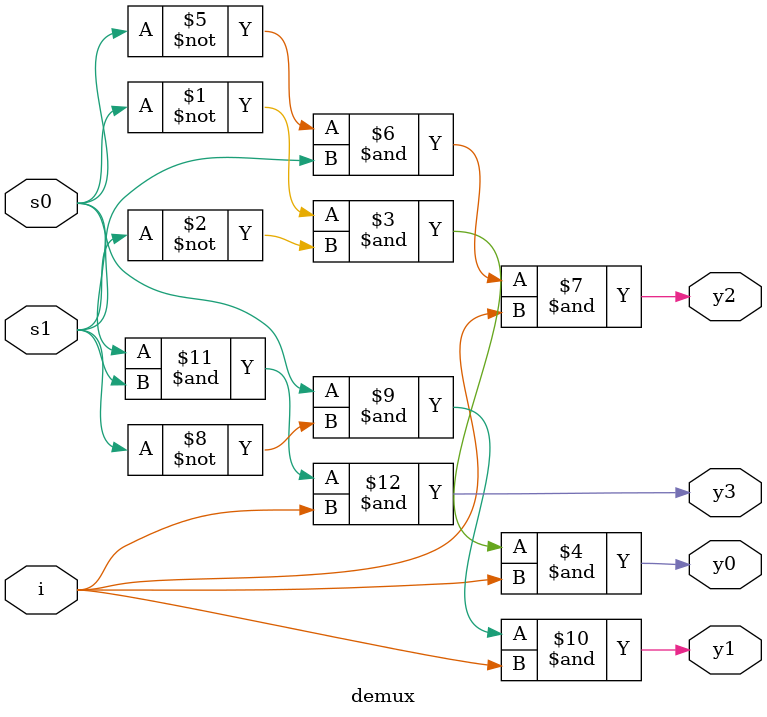
<source format=v>
`timescale 1ns / 1ps
module demux(
    input i,
    input s1,
    input s0,
    output y3,
    output y2,
    output y1,
    output y0
    );
  assign y0 = ((~s0) & (~s1) & i);
  assign y2 = ((~s0) &   s1  & i);
  assign y1 = (  s0  & (~s1) & i);
  assign y3 = (  s0  &   s1  & i);

endmodule

</source>
